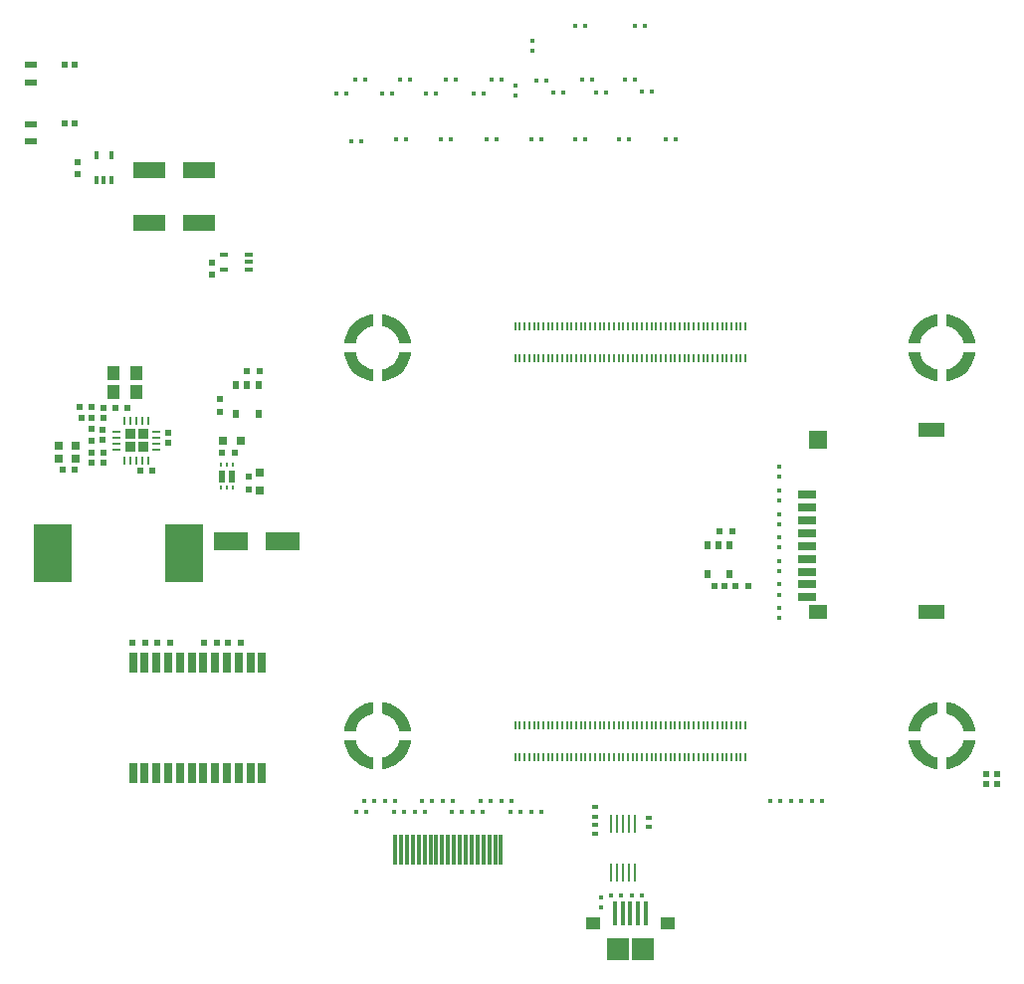
<source format=gtp>
G04*
G04 #@! TF.GenerationSoftware,Altium Limited,Altium Designer,22.10.1 (41)*
G04*
G04 Layer_Color=8421504*
%FSAX44Y44*%
%MOMM*%
G71*
G04*
G04 #@! TF.SameCoordinates,19A9066D-69EC-4412-BDAA-CEE194C5A0F3*
G04*
G04*
G04 #@! TF.FilePolarity,Positive*
G04*
G01*
G75*
%ADD19R,0.5500X1.1000*%
%ADD20R,0.8000X0.2000*%
%ADD21R,0.9000X0.9000*%
%ADD22R,0.5000X0.6000*%
%ADD23R,0.2000X0.7000*%
%ADD24R,0.4000X0.8000*%
%ADD25R,0.8000X0.4000*%
%ADD26R,0.4100X0.3600*%
G04:AMPARAMS|DCode=27|XSize=1.5376mm|YSize=0.2525mm|CornerRadius=0.1262mm|HoleSize=0mm|Usage=FLASHONLY|Rotation=270.000|XOffset=0mm|YOffset=0mm|HoleType=Round|Shape=RoundedRectangle|*
%AMROUNDEDRECTD27*
21,1,1.5376,0.0000,0,0,270.0*
21,1,1.2851,0.2525,0,0,270.0*
1,1,0.2525,0.0000,-0.6425*
1,1,0.2525,0.0000,0.6425*
1,1,0.2525,0.0000,0.6425*
1,1,0.2525,0.0000,-0.6425*
%
%ADD27ROUNDEDRECTD27*%
%ADD28R,0.2525X1.5376*%
%ADD29R,1.2000X1.0000*%
%ADD30R,0.4000X2.1000*%
%ADD31R,1.9000X1.9000*%
%ADD32R,0.3000X2.6000*%
%ADD33R,0.4800X0.3800*%
%ADD34R,0.3600X0.4100*%
%ADD35R,0.5500X0.6000*%
%ADD36R,0.6000X0.5000*%
%ADD37R,0.6400X1.7800*%
%ADD38R,0.6000X0.5500*%
%ADD39R,0.5500X0.8000*%
%ADD40R,1.6000X0.7000*%
%ADD41R,2.2000X1.2000*%
%ADD42R,1.5000X1.2000*%
%ADD43R,1.5000X1.6000*%
%ADD44R,1.1000X0.5500*%
%ADD45R,2.8000X1.4000*%
%ADD46R,0.8000X0.7500*%
%ADD47R,0.2500X0.3500*%
%ADD48R,3.0000X1.6000*%
%ADD49R,0.7500X0.8000*%
%ADD50R,3.2500X5.0000*%
%ADD51R,1.0000X1.2500*%
%ADD52R,0.8000X0.2800*%
%ADD53R,0.2800X0.8000*%
G36*
X00291500Y00203001D02*
X00291789Y00201667D01*
X00292668Y00199086D01*
X00293929Y00196669D01*
X00295542Y00194471D01*
X00297470Y00192543D01*
X00299668Y00190930D01*
X00302086Y00189669D01*
X00304667Y00188790D01*
X00306000Y00188500D01*
X00306000Y00188500D01*
X00306000Y00178500D01*
X00303674Y00178770D01*
X00299176Y00180077D01*
X00294960Y00182116D01*
X00291142Y00184830D01*
X00287830Y00188142D01*
X00285117Y00191959D01*
X00283077Y00196176D01*
X00281770Y00200673D01*
X00281500Y00203000D01*
X00281500D01*
X00291500Y00203001D01*
D02*
G37*
G36*
X00306000Y00225500D02*
X00304667Y00225211D01*
X00302086Y00224332D01*
X00299669Y00223071D01*
X00297471Y00221458D01*
X00295543Y00219530D01*
X00293930Y00217332D01*
X00292669Y00214914D01*
X00291790Y00212333D01*
X00291500Y00211000D01*
Y00211000D01*
X00281500Y00211000D01*
X00281770Y00213326D01*
X00283077Y00217824D01*
X00285116Y00222040D01*
X00287830Y00225858D01*
X00291142Y00229170D01*
X00294959Y00231884D01*
X00299176Y00233923D01*
X00303673Y00235230D01*
X00306000Y00235500D01*
Y00235500D01*
X00306000Y00225500D01*
D02*
G37*
G36*
X00314000Y00188500D02*
X00315333Y00188789D01*
X00317914Y00189669D01*
X00320331Y00190929D01*
X00322529Y00192542D01*
X00324457Y00194470D01*
X00326070Y00196668D01*
X00327331Y00199086D01*
X00328210Y00201667D01*
X00328500Y00203000D01*
Y00203000D01*
X00338500Y00203000D01*
X00338230Y00200674D01*
X00336923Y00196176D01*
X00334884Y00191960D01*
X00332170Y00188142D01*
X00328858Y00184830D01*
X00325041Y00182117D01*
X00320824Y00180077D01*
X00316327Y00178770D01*
X00314000Y00178500D01*
X00314000Y00178500D01*
X00314000Y00188500D01*
D02*
G37*
G36*
X00328500Y00211000D02*
X00328211Y00212333D01*
X00327332Y00214914D01*
X00326071Y00217331D01*
X00324458Y00219529D01*
X00322530Y00221457D01*
X00320332Y00223070D01*
X00317914Y00224331D01*
X00315333Y00225210D01*
X00314000Y00225500D01*
X00314000D01*
X00314000Y00235500D01*
X00316326Y00235230D01*
X00320824Y00233923D01*
X00325040Y00231884D01*
X00328858Y00229170D01*
X00332170Y00225858D01*
X00334883Y00222041D01*
X00336922Y00217824D01*
X00338230Y00213327D01*
X00338500Y00211000D01*
X00338500Y00211000D01*
X00328500Y00211000D01*
D02*
G37*
G36*
X00291500Y00533000D02*
X00291789Y00531667D01*
X00292668Y00529086D01*
X00293929Y00526669D01*
X00295542Y00524471D01*
X00297470Y00522543D01*
X00299668Y00520930D01*
X00302086Y00519669D01*
X00304667Y00518790D01*
X00306000Y00518500D01*
X00306000Y00518500D01*
X00306000Y00508500D01*
X00303674Y00508770D01*
X00299176Y00510077D01*
X00294960Y00512116D01*
X00291142Y00514830D01*
X00287830Y00518142D01*
X00285117Y00521959D01*
X00283077Y00526176D01*
X00281770Y00530673D01*
X00281500Y00533000D01*
X00281500D01*
X00291500Y00533000D01*
D02*
G37*
G36*
X00306000Y00555500D02*
X00304667Y00555211D01*
X00302086Y00554332D01*
X00299669Y00553071D01*
X00297471Y00551458D01*
X00295543Y00549530D01*
X00293930Y00547332D01*
X00292669Y00544914D01*
X00291790Y00542333D01*
X00291500Y00541000D01*
Y00541000D01*
X00281500Y00541000D01*
X00281770Y00543326D01*
X00283077Y00547824D01*
X00285116Y00552040D01*
X00287830Y00555858D01*
X00291142Y00559170D01*
X00294959Y00561884D01*
X00299176Y00563923D01*
X00303673Y00565230D01*
X00306000Y00565500D01*
Y00565500D01*
X00306000Y00555500D01*
D02*
G37*
G36*
X00314000Y00518500D02*
X00315333Y00518789D01*
X00317914Y00519669D01*
X00320331Y00520929D01*
X00322529Y00522542D01*
X00324457Y00524470D01*
X00326070Y00526668D01*
X00327331Y00529086D01*
X00328210Y00531667D01*
X00328500Y00533000D01*
Y00533000D01*
X00338500Y00533000D01*
X00338230Y00530674D01*
X00336923Y00526176D01*
X00334884Y00521960D01*
X00332170Y00518142D01*
X00328858Y00514830D01*
X00325041Y00512117D01*
X00320824Y00510078D01*
X00316327Y00508770D01*
X00314000Y00508500D01*
X00314000Y00508500D01*
X00314000Y00518500D01*
D02*
G37*
G36*
X00328500Y00541000D02*
X00328211Y00542333D01*
X00327332Y00544914D01*
X00326071Y00547331D01*
X00324458Y00549529D01*
X00322530Y00551457D01*
X00320332Y00553070D01*
X00317914Y00554331D01*
X00315333Y00555210D01*
X00314000Y00555500D01*
X00314000D01*
X00314000Y00565500D01*
X00316326Y00565230D01*
X00320824Y00563923D01*
X00325040Y00561884D01*
X00328858Y00559170D01*
X00332170Y00555858D01*
X00334883Y00552041D01*
X00336922Y00547824D01*
X00338230Y00543327D01*
X00338500Y00541000D01*
X00338500Y00541000D01*
X00328500Y00541000D01*
D02*
G37*
G36*
X00771500Y00203001D02*
X00771789Y00201667D01*
X00772669Y00199086D01*
X00773929Y00196669D01*
X00775542Y00194471D01*
X00777470Y00192543D01*
X00779668Y00190930D01*
X00782086Y00189669D01*
X00784667Y00188790D01*
X00786000Y00188500D01*
X00786000Y00188500D01*
X00786000Y00178500D01*
X00783674Y00178770D01*
X00779176Y00180077D01*
X00774960Y00182116D01*
X00771142Y00184830D01*
X00767830Y00188142D01*
X00765117Y00191959D01*
X00763077Y00196176D01*
X00761770Y00200673D01*
X00761500Y00203000D01*
X00761500D01*
X00771500Y00203001D01*
D02*
G37*
G36*
X00786000Y00225500D02*
X00784667Y00225211D01*
X00782086Y00224332D01*
X00779669Y00223071D01*
X00777471Y00221458D01*
X00775543Y00219530D01*
X00773930Y00217332D01*
X00772669Y00214914D01*
X00771790Y00212333D01*
X00771500Y00211000D01*
Y00211000D01*
X00761500Y00211000D01*
X00761770Y00213326D01*
X00763077Y00217824D01*
X00765116Y00222040D01*
X00767830Y00225858D01*
X00771142Y00229170D01*
X00774959Y00231884D01*
X00779176Y00233923D01*
X00783673Y00235230D01*
X00786000Y00235500D01*
Y00235500D01*
X00786000Y00225500D01*
D02*
G37*
G36*
X00794000Y00188500D02*
X00795333Y00188789D01*
X00797914Y00189669D01*
X00800331Y00190929D01*
X00802529Y00192542D01*
X00804457Y00194470D01*
X00806070Y00196668D01*
X00807331Y00199086D01*
X00808210Y00201667D01*
X00808500Y00203000D01*
Y00203000D01*
X00818500Y00203000D01*
X00818230Y00200674D01*
X00816923Y00196176D01*
X00814884Y00191960D01*
X00812170Y00188142D01*
X00808858Y00184830D01*
X00805041Y00182117D01*
X00800824Y00180077D01*
X00796327Y00178770D01*
X00794000Y00178500D01*
X00794000Y00178500D01*
X00794000Y00188500D01*
D02*
G37*
G36*
X00808500Y00211000D02*
X00808211Y00212333D01*
X00807331Y00214914D01*
X00806071Y00217331D01*
X00804458Y00219529D01*
X00802530Y00221457D01*
X00800332Y00223070D01*
X00797914Y00224331D01*
X00795333Y00225210D01*
X00794000Y00225500D01*
X00794000D01*
X00794000Y00235500D01*
X00796326Y00235230D01*
X00800824Y00233923D01*
X00805040Y00231884D01*
X00808858Y00229170D01*
X00812170Y00225858D01*
X00814883Y00222041D01*
X00816923Y00217824D01*
X00818230Y00213327D01*
X00818500Y00211000D01*
X00818500Y00211000D01*
X00808500Y00211000D01*
D02*
G37*
G36*
X00771500Y00533000D02*
X00771789Y00531667D01*
X00772669Y00529086D01*
X00773929Y00526669D01*
X00775542Y00524471D01*
X00777470Y00522543D01*
X00779668Y00520930D01*
X00782086Y00519669D01*
X00784667Y00518790D01*
X00786000Y00518500D01*
X00786000Y00518500D01*
X00786000Y00508500D01*
X00783674Y00508770D01*
X00779176Y00510077D01*
X00774960Y00512116D01*
X00771142Y00514830D01*
X00767830Y00518142D01*
X00765117Y00521959D01*
X00763077Y00526176D01*
X00761770Y00530673D01*
X00761500Y00533000D01*
X00761500D01*
X00771500Y00533000D01*
D02*
G37*
G36*
X00786000Y00555500D02*
X00784667Y00555211D01*
X00782086Y00554332D01*
X00779669Y00553071D01*
X00777471Y00551458D01*
X00775543Y00549530D01*
X00773930Y00547332D01*
X00772669Y00544914D01*
X00771790Y00542333D01*
X00771500Y00541000D01*
Y00541000D01*
X00761500Y00541000D01*
X00761770Y00543326D01*
X00763077Y00547824D01*
X00765116Y00552040D01*
X00767830Y00555858D01*
X00771142Y00559170D01*
X00774959Y00561884D01*
X00779176Y00563923D01*
X00783673Y00565230D01*
X00786000Y00565500D01*
Y00565500D01*
X00786000Y00555500D01*
D02*
G37*
G36*
X00794000Y00518500D02*
X00795333Y00518789D01*
X00797914Y00519669D01*
X00800331Y00520929D01*
X00802529Y00522542D01*
X00804457Y00524470D01*
X00806070Y00526668D01*
X00807331Y00529086D01*
X00808210Y00531667D01*
X00808500Y00533000D01*
Y00533000D01*
X00818500Y00533000D01*
X00818230Y00530674D01*
X00816923Y00526176D01*
X00814884Y00521960D01*
X00812170Y00518142D01*
X00808858Y00514830D01*
X00805041Y00512117D01*
X00800824Y00510078D01*
X00796327Y00508770D01*
X00794000Y00508500D01*
X00794000Y00508500D01*
X00794000Y00518500D01*
D02*
G37*
G36*
X00808500Y00541000D02*
X00808211Y00542333D01*
X00807331Y00544914D01*
X00806071Y00547331D01*
X00804458Y00549529D01*
X00802530Y00551457D01*
X00800332Y00553070D01*
X00797914Y00554331D01*
X00795333Y00555210D01*
X00794000Y00555500D01*
X00794000D01*
X00794000Y00565500D01*
X00796326Y00565230D01*
X00800824Y00563923D01*
X00805040Y00561884D01*
X00808858Y00559170D01*
X00812170Y00555858D01*
X00814883Y00552041D01*
X00816923Y00547824D01*
X00818230Y00543327D01*
X00818500Y00541000D01*
X00818500Y00541000D01*
X00808500Y00541000D01*
D02*
G37*
D19*
X00186344Y00427559D02*
D03*
X00177844D02*
D03*
D20*
X00087789Y00460715D02*
D03*
Y00455215D02*
D03*
X00121790Y00460715D02*
D03*
Y00455215D02*
D03*
D21*
X00099290Y00452465D02*
D03*
X00110289D02*
D03*
X00099290Y00463465D02*
D03*
X00110289Y00463465D02*
D03*
D22*
X00169000Y00609000D02*
D03*
Y00599000D02*
D03*
X00055000Y00695000D02*
D03*
Y00685000D02*
D03*
X00176000Y00493500D02*
D03*
Y00482500D02*
D03*
X00200000Y00416500D02*
D03*
Y00427500D02*
D03*
X00066547Y00467612D02*
D03*
Y00457612D02*
D03*
D23*
X00462998Y00555501D02*
D03*
X00458998D02*
D03*
X00450998D02*
D03*
X00454998D02*
D03*
X00438998D02*
D03*
X00434998D02*
D03*
X00442999D02*
D03*
X00446998D02*
D03*
X00426998D02*
D03*
X00430998D02*
D03*
X00502999D02*
D03*
X00498998D02*
D03*
X00490998D02*
D03*
X00494999D02*
D03*
X00478998D02*
D03*
X00474999D02*
D03*
X00482999D02*
D03*
X00486998D02*
D03*
X00466998D02*
D03*
X00470998D02*
D03*
X00542999D02*
D03*
X00538998D02*
D03*
X00530998D02*
D03*
X00534998D02*
D03*
X00518998D02*
D03*
X00514999D02*
D03*
X00522999D02*
D03*
X00526998D02*
D03*
X00506998D02*
D03*
X00510998D02*
D03*
X00582999D02*
D03*
X00578998D02*
D03*
X00570998D02*
D03*
X00574998D02*
D03*
X00558998D02*
D03*
X00554999D02*
D03*
X00562999D02*
D03*
X00566998D02*
D03*
X00546998D02*
D03*
X00550998D02*
D03*
X00590998D02*
D03*
X00586998D02*
D03*
X00606998D02*
D03*
X00602999D02*
D03*
X00594999D02*
D03*
X00598998D02*
D03*
X00614998D02*
D03*
X00610998D02*
D03*
X00618998D02*
D03*
X00622998D02*
D03*
Y00528201D02*
D03*
X00618998D02*
D03*
X00610998D02*
D03*
X00614998D02*
D03*
X00598998D02*
D03*
X00594999D02*
D03*
X00602999D02*
D03*
X00606998D02*
D03*
X00586998D02*
D03*
X00590998D02*
D03*
X00550998D02*
D03*
X00546998D02*
D03*
X00566998D02*
D03*
X00562999D02*
D03*
X00554999D02*
D03*
X00558998D02*
D03*
X00574998D02*
D03*
X00570998D02*
D03*
X00578998D02*
D03*
X00582999D02*
D03*
X00510998D02*
D03*
X00506998D02*
D03*
X00526998D02*
D03*
X00522999D02*
D03*
X00514999D02*
D03*
X00518998D02*
D03*
X00534998D02*
D03*
X00530998D02*
D03*
X00538998D02*
D03*
X00542999D02*
D03*
X00470998D02*
D03*
X00466998D02*
D03*
X00486998D02*
D03*
X00482999D02*
D03*
X00474999D02*
D03*
X00478998D02*
D03*
X00494999D02*
D03*
X00490998D02*
D03*
X00498998D02*
D03*
X00502999D02*
D03*
X00430998D02*
D03*
X00426998D02*
D03*
X00446998D02*
D03*
X00442999D02*
D03*
X00434998D02*
D03*
X00438998D02*
D03*
X00454998D02*
D03*
X00450998D02*
D03*
X00458998D02*
D03*
X00462998D02*
D03*
X00463000Y00215500D02*
D03*
X00459000D02*
D03*
X00451000D02*
D03*
X00455000D02*
D03*
X00439000D02*
D03*
X00435000D02*
D03*
X00443000D02*
D03*
X00447000D02*
D03*
X00427000D02*
D03*
X00431000D02*
D03*
X00503000D02*
D03*
X00499000D02*
D03*
X00491000D02*
D03*
X00495000D02*
D03*
X00479000D02*
D03*
X00475000D02*
D03*
X00483000D02*
D03*
X00487000D02*
D03*
X00467000D02*
D03*
X00471000D02*
D03*
X00543000D02*
D03*
X00539000D02*
D03*
X00531000D02*
D03*
X00535000D02*
D03*
X00519000D02*
D03*
X00515000D02*
D03*
X00523000D02*
D03*
X00527000D02*
D03*
X00507000D02*
D03*
X00511000D02*
D03*
X00583000D02*
D03*
X00579000D02*
D03*
X00571000D02*
D03*
X00575000D02*
D03*
X00559000D02*
D03*
X00555000D02*
D03*
X00563000D02*
D03*
X00567000D02*
D03*
X00547000D02*
D03*
X00551000D02*
D03*
X00591000D02*
D03*
X00587000D02*
D03*
X00607000D02*
D03*
X00603000D02*
D03*
X00595000D02*
D03*
X00599000D02*
D03*
X00615000D02*
D03*
X00611000D02*
D03*
X00619000D02*
D03*
X00623000D02*
D03*
Y00188200D02*
D03*
X00619000D02*
D03*
X00611000D02*
D03*
X00615000D02*
D03*
X00599000D02*
D03*
X00595000D02*
D03*
X00603000D02*
D03*
X00607000D02*
D03*
X00587000D02*
D03*
X00591000D02*
D03*
X00551000D02*
D03*
X00547000D02*
D03*
X00567000D02*
D03*
X00563000D02*
D03*
X00555000D02*
D03*
X00559000D02*
D03*
X00575000D02*
D03*
X00571000D02*
D03*
X00579000D02*
D03*
X00583000D02*
D03*
X00511000D02*
D03*
X00507000D02*
D03*
X00527000D02*
D03*
X00523000D02*
D03*
X00515000D02*
D03*
X00519000D02*
D03*
X00535000D02*
D03*
X00531000D02*
D03*
X00539000D02*
D03*
X00543000D02*
D03*
X00471000D02*
D03*
X00467000D02*
D03*
X00487000D02*
D03*
X00483000D02*
D03*
X00475000D02*
D03*
X00479000D02*
D03*
X00495000D02*
D03*
X00491000D02*
D03*
X00499000D02*
D03*
X00503000D02*
D03*
X00431000D02*
D03*
X00427000D02*
D03*
X00447000D02*
D03*
X00443000D02*
D03*
X00435000D02*
D03*
X00439000D02*
D03*
X00455000D02*
D03*
X00451000D02*
D03*
X00459000D02*
D03*
X00463000D02*
D03*
D24*
X00070500Y00700750D02*
D03*
X00083500D02*
D03*
Y00679250D02*
D03*
X00077000D02*
D03*
X00070500D02*
D03*
D25*
X00179250Y00603500D02*
D03*
Y00616500D02*
D03*
X00200750D02*
D03*
X00200750Y00610000D02*
D03*
X00200750Y00603500D02*
D03*
D26*
X00316750Y00151000D02*
D03*
X00325250D02*
D03*
X00341750Y00142000D02*
D03*
X00350250D02*
D03*
X00298750Y00151000D02*
D03*
X00307250D02*
D03*
X00323750Y00142000D02*
D03*
X00332250D02*
D03*
X00300250D02*
D03*
X00291750D02*
D03*
X00374250Y00151000D02*
D03*
X00365750D02*
D03*
X00347750D02*
D03*
X00356250D02*
D03*
X00372750Y00142000D02*
D03*
X00381250D02*
D03*
X00424250Y00151000D02*
D03*
X00415750D02*
D03*
X00397750D02*
D03*
X00406250D02*
D03*
X00399250Y00142000D02*
D03*
X00390750D02*
D03*
X00449250D02*
D03*
X00440750D02*
D03*
X00422750D02*
D03*
X00431250D02*
D03*
X00535250Y00071000D02*
D03*
X00526750D02*
D03*
X00508750D02*
D03*
X00517250D02*
D03*
X00643750Y00151000D02*
D03*
X00652250D02*
D03*
X00670250D02*
D03*
X00661750D02*
D03*
X00679750D02*
D03*
X00688250D02*
D03*
X00529250Y00765000D02*
D03*
X00520750D02*
D03*
X00492250D02*
D03*
X00483750D02*
D03*
X00534750Y00755000D02*
D03*
X00543250D02*
D03*
X00554750Y00714000D02*
D03*
X00563250D02*
D03*
X00515750D02*
D03*
X00524250D02*
D03*
X00495750Y00754000D02*
D03*
X00504250D02*
D03*
X00477750Y00811000D02*
D03*
X00486250D02*
D03*
X00528750D02*
D03*
X00537250D02*
D03*
X00477750Y00714000D02*
D03*
X00486250D02*
D03*
X00459750Y00754000D02*
D03*
X00468250D02*
D03*
X00440750Y00714000D02*
D03*
X00449250D02*
D03*
X00453250Y00764000D02*
D03*
X00444750D02*
D03*
X00274750Y00753000D02*
D03*
X00283250D02*
D03*
X00415250Y00765000D02*
D03*
X00406750D02*
D03*
X00299250D02*
D03*
X00290750D02*
D03*
X00325750Y00714000D02*
D03*
X00334250D02*
D03*
X00402750D02*
D03*
X00411250D02*
D03*
X00313750Y00753000D02*
D03*
X00322250D02*
D03*
X00376250Y00765000D02*
D03*
X00367750D02*
D03*
X00391750Y00753000D02*
D03*
X00400250D02*
D03*
X00287750Y00713000D02*
D03*
X00296250D02*
D03*
X00337250Y00765000D02*
D03*
X00328750D02*
D03*
X00363750Y00714000D02*
D03*
X00372250D02*
D03*
X00350750Y00753000D02*
D03*
X00359250D02*
D03*
D27*
X00529000Y00090334D02*
D03*
X00524000D02*
D03*
X00519000D02*
D03*
X00514000D02*
D03*
X00509000D02*
D03*
Y00131666D02*
D03*
X00514000D02*
D03*
X00519000D02*
D03*
X00524000D02*
D03*
D28*
X00529000D02*
D03*
D29*
X00493000Y00047500D02*
D03*
X00557000D02*
D03*
D30*
X00531500Y00055500D02*
D03*
X00525000Y00055500D02*
D03*
X00518500Y00055500D02*
D03*
X00512000Y00055500D02*
D03*
X00538000D02*
D03*
D31*
X00535500Y00025000D02*
D03*
X00514500D02*
D03*
D32*
X00415000Y00109500D02*
D03*
X00410000D02*
D03*
X00405000D02*
D03*
X00400000D02*
D03*
X00395000D02*
D03*
X00390000D02*
D03*
X00385000D02*
D03*
X00380000D02*
D03*
X00375000D02*
D03*
X00370000D02*
D03*
X00365000D02*
D03*
X00360000D02*
D03*
X00355000D02*
D03*
X00350000D02*
D03*
X00345000D02*
D03*
X00340000D02*
D03*
X00335000D02*
D03*
X00330000D02*
D03*
X00325000D02*
D03*
D33*
X00541000Y00129000D02*
D03*
Y00136900D02*
D03*
X00495000Y00130950D02*
D03*
Y00123050D02*
D03*
X00495000Y00138100D02*
D03*
Y00146000D02*
D03*
D34*
X00500000Y00069250D02*
D03*
Y00060750D02*
D03*
X00652000Y00395500D02*
D03*
Y00387000D02*
D03*
Y00407000D02*
D03*
Y00415500D02*
D03*
Y00355500D02*
D03*
Y00347000D02*
D03*
Y00375500D02*
D03*
Y00367000D02*
D03*
Y00427000D02*
D03*
Y00435500D02*
D03*
Y00315500D02*
D03*
Y00307000D02*
D03*
Y00335500D02*
D03*
Y00327000D02*
D03*
X00442000Y00798250D02*
D03*
Y00789750D02*
D03*
X00427000Y00751750D02*
D03*
Y00760250D02*
D03*
D35*
X00837000Y00165750D02*
D03*
Y00174250D02*
D03*
X00828000Y00165750D02*
D03*
Y00174250D02*
D03*
X00076561Y00485691D02*
D03*
Y00477191D02*
D03*
X00132000Y00456250D02*
D03*
Y00464750D02*
D03*
X00076000Y00467250D02*
D03*
Y00458750D02*
D03*
D36*
X00097000Y00486000D02*
D03*
X00087000D02*
D03*
X00625597Y00334053D02*
D03*
X00614597D02*
D03*
X00611500Y00381000D02*
D03*
X00600500D02*
D03*
X00112000Y00286000D02*
D03*
X00101000D02*
D03*
X00122500D02*
D03*
X00133500D02*
D03*
X00173000D02*
D03*
X00162000D02*
D03*
X00182500D02*
D03*
X00193500D02*
D03*
X00209500Y00517000D02*
D03*
X00198500D02*
D03*
X00188500Y00448000D02*
D03*
X00177500D02*
D03*
X00076394Y00447745D02*
D03*
X00066394D02*
D03*
X00076394Y00438968D02*
D03*
X00066394D02*
D03*
X00066397Y00486883D02*
D03*
X00056397D02*
D03*
X00042000Y00433000D02*
D03*
X00052000D02*
D03*
X00118177Y00432213D02*
D03*
X00108177D02*
D03*
D37*
X00211819Y00268946D02*
D03*
Y00174746D02*
D03*
X00101819Y00268946D02*
D03*
X00111819D02*
D03*
X00121819D02*
D03*
X00131819D02*
D03*
X00161819D02*
D03*
X00171819D02*
D03*
X00181819D02*
D03*
X00191819D02*
D03*
X00201819D02*
D03*
Y00174746D02*
D03*
X00191819D02*
D03*
X00181819D02*
D03*
X00171819D02*
D03*
X00161819D02*
D03*
X00151819D02*
D03*
X00141819D02*
D03*
X00131819D02*
D03*
X00121819D02*
D03*
X00111819D02*
D03*
X00101819D02*
D03*
X00151819Y00268946D02*
D03*
X00141819D02*
D03*
D38*
X00596224Y00333965D02*
D03*
X00604724D02*
D03*
X00043750Y00778000D02*
D03*
X00052250D02*
D03*
X00043750Y00728000D02*
D03*
X00052250D02*
D03*
X00066445Y00477571D02*
D03*
X00057945D02*
D03*
D39*
X00609500Y00344750D02*
D03*
X00590500D02*
D03*
Y00369250D02*
D03*
X00600000D02*
D03*
X00609500D02*
D03*
X00208500Y00480750D02*
D03*
X00189500D02*
D03*
Y00505250D02*
D03*
X00199000D02*
D03*
X00208500D02*
D03*
D40*
X00675000Y00335500D02*
D03*
Y00346500D02*
D03*
Y00357500D02*
D03*
Y00368500D02*
D03*
Y00379500D02*
D03*
Y00390500D02*
D03*
Y00401500D02*
D03*
Y00412500D02*
D03*
Y00324500D02*
D03*
D41*
X00781000Y00467500D02*
D03*
Y00312500D02*
D03*
D42*
X00685000D02*
D03*
D43*
Y00458500D02*
D03*
D44*
X00015000Y00762500D02*
D03*
Y00777500D02*
D03*
Y00712500D02*
D03*
Y00727500D02*
D03*
D45*
X00158000Y00643500D02*
D03*
X00116000D02*
D03*
X00158000Y00688500D02*
D03*
X00116000D02*
D03*
D46*
X00193500Y00458000D02*
D03*
X00178500D02*
D03*
X00053500Y00454000D02*
D03*
X00038500D02*
D03*
X00053500Y00443000D02*
D03*
X00038500D02*
D03*
D47*
X00187094Y00437309D02*
D03*
X00182094D02*
D03*
X00177094D02*
D03*
Y00417809D02*
D03*
X00182094D02*
D03*
X00187094D02*
D03*
D48*
X00185000Y00372000D02*
D03*
X00229000D02*
D03*
D49*
X00210000Y00415500D02*
D03*
Y00430500D02*
D03*
D50*
X00145750Y00362499D02*
D03*
X00033250D02*
D03*
D51*
X00085000Y00498998D02*
D03*
X00105000D02*
D03*
X00085000Y00515498D02*
D03*
X00105000D02*
D03*
D52*
X00121790Y00465465D02*
D03*
Y00450465D02*
D03*
X00087789D02*
D03*
Y00465465D02*
D03*
D53*
X00114789Y00440965D02*
D03*
X00109789D02*
D03*
X00104789D02*
D03*
X00099789D02*
D03*
X00094789D02*
D03*
Y00474965D02*
D03*
X00099789D02*
D03*
X00104789D02*
D03*
X00109789D02*
D03*
X00114789D02*
D03*
M02*

</source>
